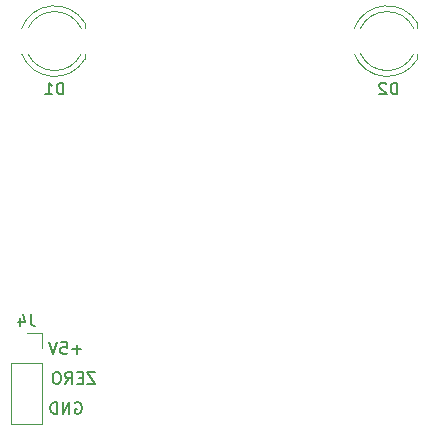
<source format=gbr>
%TF.GenerationSoftware,KiCad,Pcbnew,(6.0.9)*%
%TF.CreationDate,2023-01-27T21:07:44-09:00*%
%TF.ProjectId,GAUGE_Analog Instruments,47415547-455f-4416-9e61-6c6f6720496e,rev?*%
%TF.SameCoordinates,Original*%
%TF.FileFunction,Legend,Bot*%
%TF.FilePolarity,Positive*%
%FSLAX46Y46*%
G04 Gerber Fmt 4.6, Leading zero omitted, Abs format (unit mm)*
G04 Created by KiCad (PCBNEW (6.0.9)) date 2023-01-27 21:07:44*
%MOMM*%
%LPD*%
G01*
G04 APERTURE LIST*
%ADD10C,0.150000*%
%ADD11C,0.120000*%
%ADD12R,1.070000X1.800000*%
%ADD13O,1.070000X1.800000*%
%ADD14O,1.700000X1.700000*%
%ADD15R,1.700000X1.700000*%
%ADD16C,3.800000*%
%ADD17C,2.500000*%
%ADD18C,2.200000*%
%ADD19C,1.524000*%
G04 APERTURE END LIST*
D10*
X167999670Y-109099574D02*
X168094908Y-109051954D01*
X168237766Y-109051954D01*
X168380623Y-109099574D01*
X168475861Y-109194812D01*
X168523480Y-109290050D01*
X168571099Y-109480526D01*
X168571099Y-109623383D01*
X168523480Y-109813859D01*
X168475861Y-109909097D01*
X168380623Y-110004335D01*
X168237766Y-110051954D01*
X168142527Y-110051954D01*
X167999670Y-110004335D01*
X167952051Y-109956716D01*
X167952051Y-109623383D01*
X168142527Y-109623383D01*
X167523480Y-110051954D02*
X167523480Y-109051954D01*
X166952051Y-110051954D01*
X166952051Y-109051954D01*
X166475861Y-110051954D02*
X166475861Y-109051954D01*
X166237766Y-109051954D01*
X166094908Y-109099574D01*
X165999670Y-109194812D01*
X165952051Y-109290050D01*
X165904432Y-109480526D01*
X165904432Y-109623383D01*
X165952051Y-109813859D01*
X165999670Y-109909097D01*
X166094908Y-110004335D01*
X166237766Y-110051954D01*
X166475861Y-110051954D01*
X169682289Y-106511954D02*
X169015623Y-106511954D01*
X169682289Y-107511954D01*
X169015623Y-107511954D01*
X168634670Y-106988145D02*
X168301337Y-106988145D01*
X168158480Y-107511954D02*
X168634670Y-107511954D01*
X168634670Y-106511954D01*
X168158480Y-106511954D01*
X167158480Y-107511954D02*
X167491813Y-107035764D01*
X167729908Y-107511954D02*
X167729908Y-106511954D01*
X167348956Y-106511954D01*
X167253718Y-106559574D01*
X167206099Y-106607193D01*
X167158480Y-106702431D01*
X167158480Y-106845288D01*
X167206099Y-106940526D01*
X167253718Y-106988145D01*
X167348956Y-107035764D01*
X167729908Y-107035764D01*
X166539432Y-106511954D02*
X166348956Y-106511954D01*
X166253718Y-106559574D01*
X166158480Y-106654812D01*
X166110861Y-106845288D01*
X166110861Y-107178621D01*
X166158480Y-107369097D01*
X166253718Y-107464335D01*
X166348956Y-107511954D01*
X166539432Y-107511954D01*
X166634670Y-107464335D01*
X166729908Y-107369097D01*
X166777527Y-107178621D01*
X166777527Y-106845288D01*
X166729908Y-106654812D01*
X166634670Y-106559574D01*
X166539432Y-106511954D01*
X168523480Y-104591002D02*
X167761575Y-104591002D01*
X168142527Y-104971954D02*
X168142527Y-104210050D01*
X166809194Y-103971954D02*
X167285385Y-103971954D01*
X167333004Y-104448145D01*
X167285385Y-104400526D01*
X167190146Y-104352907D01*
X166952051Y-104352907D01*
X166856813Y-104400526D01*
X166809194Y-104448145D01*
X166761575Y-104543383D01*
X166761575Y-104781478D01*
X166809194Y-104876716D01*
X166856813Y-104924335D01*
X166952051Y-104971954D01*
X167190146Y-104971954D01*
X167285385Y-104924335D01*
X167333004Y-104876716D01*
X166475861Y-103971954D02*
X166142527Y-104971954D01*
X165809194Y-103971954D01*
%TO.C,D2*%
X195285610Y-83000954D02*
X195285610Y-82000954D01*
X195047515Y-82000954D01*
X194904657Y-82048574D01*
X194809419Y-82143812D01*
X194761800Y-82239050D01*
X194714181Y-82429526D01*
X194714181Y-82572383D01*
X194761800Y-82762859D01*
X194809419Y-82858097D01*
X194904657Y-82953335D01*
X195047515Y-83000954D01*
X195285610Y-83000954D01*
X194333229Y-82096193D02*
X194285610Y-82048574D01*
X194190372Y-82000954D01*
X193952276Y-82000954D01*
X193857038Y-82048574D01*
X193809419Y-82096193D01*
X193761800Y-82191431D01*
X193761800Y-82286669D01*
X193809419Y-82429526D01*
X194380848Y-83000954D01*
X193761800Y-83000954D01*
%TO.C,D1*%
X167003111Y-83000954D02*
X167003111Y-82000954D01*
X166765016Y-82000954D01*
X166622158Y-82048574D01*
X166526920Y-82143812D01*
X166479301Y-82239050D01*
X166431682Y-82429526D01*
X166431682Y-82572383D01*
X166479301Y-82762859D01*
X166526920Y-82858097D01*
X166622158Y-82953335D01*
X166765016Y-83000954D01*
X167003111Y-83000954D01*
X165479301Y-83000954D02*
X166050730Y-83000954D01*
X165765016Y-83000954D02*
X165765016Y-82000954D01*
X165860254Y-82143812D01*
X165955492Y-82239050D01*
X166050730Y-82286669D01*
%TO.C,J4*%
X164231099Y-101610332D02*
X164231099Y-102324618D01*
X164278718Y-102467475D01*
X164373956Y-102562713D01*
X164516813Y-102610332D01*
X164612051Y-102610332D01*
X163326337Y-101943666D02*
X163326337Y-102610332D01*
X163564432Y-101562713D02*
X163802527Y-102276999D01*
X163183480Y-102276999D01*
D11*
%TO.C,D2*%
X196980515Y-76939574D02*
X196980515Y-77404574D01*
X196980515Y-79564574D02*
X196980515Y-80029574D01*
X191632700Y-79565401D02*
G75*
G03*
X196980515Y-80029404I2787815J1080827D01*
G01*
X196675199Y-77404574D02*
G75*
G03*
X192166036Y-77404145I-2254684J-1080000D01*
G01*
X192166036Y-79565003D02*
G75*
G03*
X196675199Y-79564574I2254479J1080429D01*
G01*
X196980515Y-76939744D02*
G75*
G03*
X191632700Y-77403747I-2560000J-1544830D01*
G01*
%TO.C,D1*%
X168825016Y-76939574D02*
X168825016Y-77404574D01*
X168825016Y-79564574D02*
X168825016Y-80029574D01*
X163477201Y-79565401D02*
G75*
G03*
X168825016Y-80029404I2787815J1080827D01*
G01*
X168519700Y-77404574D02*
G75*
G03*
X164010537Y-77404145I-2254684J-1080000D01*
G01*
X164010537Y-79565003D02*
G75*
G03*
X168519700Y-79564574I2254479J1080429D01*
G01*
X168825016Y-76939744D02*
G75*
G03*
X163477201Y-77403747I-2560000J-1544830D01*
G01*
%TO.C,J4*%
X165227766Y-103157952D02*
X163897766Y-103157952D01*
X165227766Y-104487952D02*
X165227766Y-103157952D01*
X165227766Y-105757952D02*
X162567766Y-105757952D01*
X162567766Y-105757952D02*
X162567766Y-110897952D01*
X165227766Y-105757952D02*
X165227766Y-110897952D01*
X165227766Y-110897952D02*
X162567766Y-110897952D01*
%TD*%
%LPC*%
D12*
%TO.C,D2*%
X196325515Y-78484574D03*
D13*
X195055515Y-78484574D03*
X193785515Y-78484574D03*
X192515515Y-78484574D03*
%TD*%
D12*
%TO.C,D1*%
X168170016Y-78484574D03*
D13*
X166900016Y-78484574D03*
X165630016Y-78484574D03*
X164360016Y-78484574D03*
%TD*%
D14*
%TO.C,J3*%
X174735515Y-81024574D03*
X172195515Y-81024574D03*
X174735515Y-78484574D03*
D15*
X172195515Y-78484574D03*
%TD*%
D14*
%TO.C,J2*%
X188070515Y-81024574D03*
X185530515Y-81024574D03*
X188070515Y-78484574D03*
D15*
X185530515Y-78484574D03*
%TD*%
D14*
%TO.C,J1*%
X195690515Y-108329574D03*
D15*
X195690515Y-105789574D03*
%TD*%
D16*
%TO.C,M1*%
X179937766Y-106867952D03*
D17*
X170937766Y-87867952D03*
D18*
X193437766Y-96867952D03*
X166437766Y-96867952D03*
D19*
X191362766Y-93017952D03*
X191362766Y-100717952D03*
X168512766Y-100717952D03*
X168512766Y-93017952D03*
%TD*%
D14*
%TO.C,J4*%
X163897766Y-109567952D03*
X163897766Y-107027952D03*
D15*
X163897766Y-104487952D03*
%TD*%
D17*
%TO.C,H3*%
X179937766Y-78484574D03*
%TD*%
%TO.C,H2*%
X200491250Y-106867951D03*
%TD*%
%TO.C,H1*%
X159384281Y-106867951D03*
%TD*%
M02*

</source>
